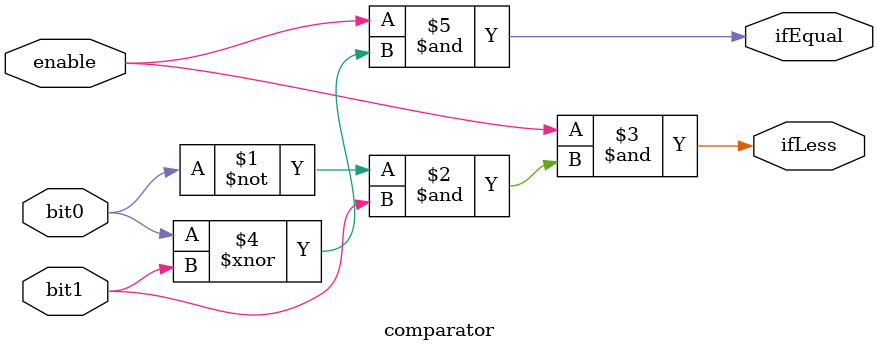
<source format=sv>
module comparator (ifLess, ifEqual, bit0, bit1, enable);
	output ifLess, ifEqual;
	input bit0, bit1, enable;
	
	assign ifLess = enable & (~bit0 & bit1);
	assign ifEqual = enable & (bit0 ~^ bit1);
endmodule

</source>
